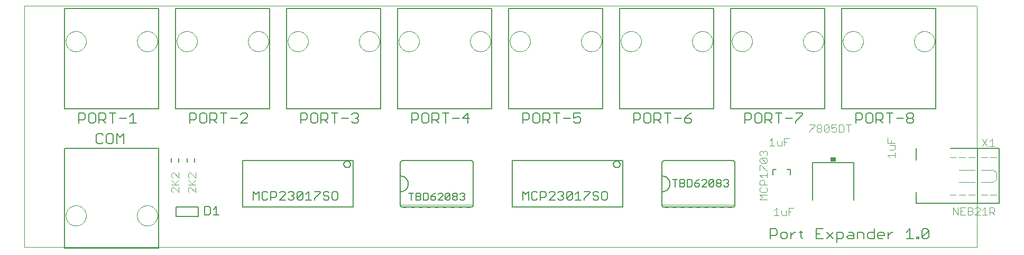
<source format=gto>
G75*
%MOIN*%
%OFA0B0*%
%FSLAX24Y24*%
%IPPOS*%
%LPD*%
%AMOC8*
5,1,8,0,0,1.08239X$1,22.5*
%
%ADD10C,0.0000*%
%ADD11C,0.0070*%
%ADD12C,0.0080*%
%ADD13C,0.0060*%
%ADD14C,0.0020*%
%ADD15R,0.0200X0.0050*%
%ADD16C,0.0050*%
%ADD17C,0.0040*%
%ADD18R,0.0340X0.0300*%
D10*
X005333Y000204D02*
X005333Y015440D01*
X005333Y015454D02*
X065333Y015454D01*
X065394Y015440D02*
X065394Y000204D01*
X005333Y000204D01*
X007943Y002204D02*
X007945Y002254D01*
X007951Y002304D01*
X007961Y002353D01*
X007974Y002402D01*
X007992Y002449D01*
X008013Y002495D01*
X008037Y002538D01*
X008065Y002580D01*
X008096Y002620D01*
X008130Y002657D01*
X008167Y002691D01*
X008207Y002722D01*
X008249Y002750D01*
X008292Y002774D01*
X008338Y002795D01*
X008385Y002813D01*
X008434Y002826D01*
X008483Y002836D01*
X008533Y002842D01*
X008583Y002844D01*
X008633Y002842D01*
X008683Y002836D01*
X008732Y002826D01*
X008781Y002813D01*
X008828Y002795D01*
X008874Y002774D01*
X008917Y002750D01*
X008959Y002722D01*
X008999Y002691D01*
X009036Y002657D01*
X009070Y002620D01*
X009101Y002580D01*
X009129Y002538D01*
X009153Y002495D01*
X009174Y002449D01*
X009192Y002402D01*
X009205Y002353D01*
X009215Y002304D01*
X009221Y002254D01*
X009223Y002204D01*
X009221Y002154D01*
X009215Y002104D01*
X009205Y002055D01*
X009192Y002006D01*
X009174Y001959D01*
X009153Y001913D01*
X009129Y001870D01*
X009101Y001828D01*
X009070Y001788D01*
X009036Y001751D01*
X008999Y001717D01*
X008959Y001686D01*
X008917Y001658D01*
X008874Y001634D01*
X008828Y001613D01*
X008781Y001595D01*
X008732Y001582D01*
X008683Y001572D01*
X008633Y001566D01*
X008583Y001564D01*
X008533Y001566D01*
X008483Y001572D01*
X008434Y001582D01*
X008385Y001595D01*
X008338Y001613D01*
X008292Y001634D01*
X008249Y001658D01*
X008207Y001686D01*
X008167Y001717D01*
X008130Y001751D01*
X008096Y001788D01*
X008065Y001828D01*
X008037Y001870D01*
X008013Y001913D01*
X007992Y001959D01*
X007974Y002006D01*
X007961Y002055D01*
X007951Y002104D01*
X007945Y002154D01*
X007943Y002204D01*
X012443Y002204D02*
X012445Y002254D01*
X012451Y002304D01*
X012461Y002353D01*
X012474Y002402D01*
X012492Y002449D01*
X012513Y002495D01*
X012537Y002538D01*
X012565Y002580D01*
X012596Y002620D01*
X012630Y002657D01*
X012667Y002691D01*
X012707Y002722D01*
X012749Y002750D01*
X012792Y002774D01*
X012838Y002795D01*
X012885Y002813D01*
X012934Y002826D01*
X012983Y002836D01*
X013033Y002842D01*
X013083Y002844D01*
X013133Y002842D01*
X013183Y002836D01*
X013232Y002826D01*
X013281Y002813D01*
X013328Y002795D01*
X013374Y002774D01*
X013417Y002750D01*
X013459Y002722D01*
X013499Y002691D01*
X013536Y002657D01*
X013570Y002620D01*
X013601Y002580D01*
X013629Y002538D01*
X013653Y002495D01*
X013674Y002449D01*
X013692Y002402D01*
X013705Y002353D01*
X013715Y002304D01*
X013721Y002254D01*
X013723Y002204D01*
X013721Y002154D01*
X013715Y002104D01*
X013705Y002055D01*
X013692Y002006D01*
X013674Y001959D01*
X013653Y001913D01*
X013629Y001870D01*
X013601Y001828D01*
X013570Y001788D01*
X013536Y001751D01*
X013499Y001717D01*
X013459Y001686D01*
X013417Y001658D01*
X013374Y001634D01*
X013328Y001613D01*
X013281Y001595D01*
X013232Y001582D01*
X013183Y001572D01*
X013133Y001566D01*
X013083Y001564D01*
X013033Y001566D01*
X012983Y001572D01*
X012934Y001582D01*
X012885Y001595D01*
X012838Y001613D01*
X012792Y001634D01*
X012749Y001658D01*
X012707Y001686D01*
X012667Y001717D01*
X012630Y001751D01*
X012596Y001788D01*
X012565Y001828D01*
X012537Y001870D01*
X012513Y001913D01*
X012492Y001959D01*
X012474Y002006D01*
X012461Y002055D01*
X012451Y002104D01*
X012445Y002154D01*
X012443Y002204D01*
X012443Y013204D02*
X012445Y013254D01*
X012451Y013304D01*
X012461Y013353D01*
X012474Y013402D01*
X012492Y013449D01*
X012513Y013495D01*
X012537Y013538D01*
X012565Y013580D01*
X012596Y013620D01*
X012630Y013657D01*
X012667Y013691D01*
X012707Y013722D01*
X012749Y013750D01*
X012792Y013774D01*
X012838Y013795D01*
X012885Y013813D01*
X012934Y013826D01*
X012983Y013836D01*
X013033Y013842D01*
X013083Y013844D01*
X013133Y013842D01*
X013183Y013836D01*
X013232Y013826D01*
X013281Y013813D01*
X013328Y013795D01*
X013374Y013774D01*
X013417Y013750D01*
X013459Y013722D01*
X013499Y013691D01*
X013536Y013657D01*
X013570Y013620D01*
X013601Y013580D01*
X013629Y013538D01*
X013653Y013495D01*
X013674Y013449D01*
X013692Y013402D01*
X013705Y013353D01*
X013715Y013304D01*
X013721Y013254D01*
X013723Y013204D01*
X013721Y013154D01*
X013715Y013104D01*
X013705Y013055D01*
X013692Y013006D01*
X013674Y012959D01*
X013653Y012913D01*
X013629Y012870D01*
X013601Y012828D01*
X013570Y012788D01*
X013536Y012751D01*
X013499Y012717D01*
X013459Y012686D01*
X013417Y012658D01*
X013374Y012634D01*
X013328Y012613D01*
X013281Y012595D01*
X013232Y012582D01*
X013183Y012572D01*
X013133Y012566D01*
X013083Y012564D01*
X013033Y012566D01*
X012983Y012572D01*
X012934Y012582D01*
X012885Y012595D01*
X012838Y012613D01*
X012792Y012634D01*
X012749Y012658D01*
X012707Y012686D01*
X012667Y012717D01*
X012630Y012751D01*
X012596Y012788D01*
X012565Y012828D01*
X012537Y012870D01*
X012513Y012913D01*
X012492Y012959D01*
X012474Y013006D01*
X012461Y013055D01*
X012451Y013104D01*
X012445Y013154D01*
X012443Y013204D01*
X014943Y013204D02*
X014945Y013254D01*
X014951Y013304D01*
X014961Y013353D01*
X014974Y013402D01*
X014992Y013449D01*
X015013Y013495D01*
X015037Y013538D01*
X015065Y013580D01*
X015096Y013620D01*
X015130Y013657D01*
X015167Y013691D01*
X015207Y013722D01*
X015249Y013750D01*
X015292Y013774D01*
X015338Y013795D01*
X015385Y013813D01*
X015434Y013826D01*
X015483Y013836D01*
X015533Y013842D01*
X015583Y013844D01*
X015633Y013842D01*
X015683Y013836D01*
X015732Y013826D01*
X015781Y013813D01*
X015828Y013795D01*
X015874Y013774D01*
X015917Y013750D01*
X015959Y013722D01*
X015999Y013691D01*
X016036Y013657D01*
X016070Y013620D01*
X016101Y013580D01*
X016129Y013538D01*
X016153Y013495D01*
X016174Y013449D01*
X016192Y013402D01*
X016205Y013353D01*
X016215Y013304D01*
X016221Y013254D01*
X016223Y013204D01*
X016221Y013154D01*
X016215Y013104D01*
X016205Y013055D01*
X016192Y013006D01*
X016174Y012959D01*
X016153Y012913D01*
X016129Y012870D01*
X016101Y012828D01*
X016070Y012788D01*
X016036Y012751D01*
X015999Y012717D01*
X015959Y012686D01*
X015917Y012658D01*
X015874Y012634D01*
X015828Y012613D01*
X015781Y012595D01*
X015732Y012582D01*
X015683Y012572D01*
X015633Y012566D01*
X015583Y012564D01*
X015533Y012566D01*
X015483Y012572D01*
X015434Y012582D01*
X015385Y012595D01*
X015338Y012613D01*
X015292Y012634D01*
X015249Y012658D01*
X015207Y012686D01*
X015167Y012717D01*
X015130Y012751D01*
X015096Y012788D01*
X015065Y012828D01*
X015037Y012870D01*
X015013Y012913D01*
X014992Y012959D01*
X014974Y013006D01*
X014961Y013055D01*
X014951Y013104D01*
X014945Y013154D01*
X014943Y013204D01*
X019443Y013204D02*
X019445Y013254D01*
X019451Y013304D01*
X019461Y013353D01*
X019474Y013402D01*
X019492Y013449D01*
X019513Y013495D01*
X019537Y013538D01*
X019565Y013580D01*
X019596Y013620D01*
X019630Y013657D01*
X019667Y013691D01*
X019707Y013722D01*
X019749Y013750D01*
X019792Y013774D01*
X019838Y013795D01*
X019885Y013813D01*
X019934Y013826D01*
X019983Y013836D01*
X020033Y013842D01*
X020083Y013844D01*
X020133Y013842D01*
X020183Y013836D01*
X020232Y013826D01*
X020281Y013813D01*
X020328Y013795D01*
X020374Y013774D01*
X020417Y013750D01*
X020459Y013722D01*
X020499Y013691D01*
X020536Y013657D01*
X020570Y013620D01*
X020601Y013580D01*
X020629Y013538D01*
X020653Y013495D01*
X020674Y013449D01*
X020692Y013402D01*
X020705Y013353D01*
X020715Y013304D01*
X020721Y013254D01*
X020723Y013204D01*
X020721Y013154D01*
X020715Y013104D01*
X020705Y013055D01*
X020692Y013006D01*
X020674Y012959D01*
X020653Y012913D01*
X020629Y012870D01*
X020601Y012828D01*
X020570Y012788D01*
X020536Y012751D01*
X020499Y012717D01*
X020459Y012686D01*
X020417Y012658D01*
X020374Y012634D01*
X020328Y012613D01*
X020281Y012595D01*
X020232Y012582D01*
X020183Y012572D01*
X020133Y012566D01*
X020083Y012564D01*
X020033Y012566D01*
X019983Y012572D01*
X019934Y012582D01*
X019885Y012595D01*
X019838Y012613D01*
X019792Y012634D01*
X019749Y012658D01*
X019707Y012686D01*
X019667Y012717D01*
X019630Y012751D01*
X019596Y012788D01*
X019565Y012828D01*
X019537Y012870D01*
X019513Y012913D01*
X019492Y012959D01*
X019474Y013006D01*
X019461Y013055D01*
X019451Y013104D01*
X019445Y013154D01*
X019443Y013204D01*
X021943Y013204D02*
X021945Y013254D01*
X021951Y013304D01*
X021961Y013353D01*
X021974Y013402D01*
X021992Y013449D01*
X022013Y013495D01*
X022037Y013538D01*
X022065Y013580D01*
X022096Y013620D01*
X022130Y013657D01*
X022167Y013691D01*
X022207Y013722D01*
X022249Y013750D01*
X022292Y013774D01*
X022338Y013795D01*
X022385Y013813D01*
X022434Y013826D01*
X022483Y013836D01*
X022533Y013842D01*
X022583Y013844D01*
X022633Y013842D01*
X022683Y013836D01*
X022732Y013826D01*
X022781Y013813D01*
X022828Y013795D01*
X022874Y013774D01*
X022917Y013750D01*
X022959Y013722D01*
X022999Y013691D01*
X023036Y013657D01*
X023070Y013620D01*
X023101Y013580D01*
X023129Y013538D01*
X023153Y013495D01*
X023174Y013449D01*
X023192Y013402D01*
X023205Y013353D01*
X023215Y013304D01*
X023221Y013254D01*
X023223Y013204D01*
X023221Y013154D01*
X023215Y013104D01*
X023205Y013055D01*
X023192Y013006D01*
X023174Y012959D01*
X023153Y012913D01*
X023129Y012870D01*
X023101Y012828D01*
X023070Y012788D01*
X023036Y012751D01*
X022999Y012717D01*
X022959Y012686D01*
X022917Y012658D01*
X022874Y012634D01*
X022828Y012613D01*
X022781Y012595D01*
X022732Y012582D01*
X022683Y012572D01*
X022633Y012566D01*
X022583Y012564D01*
X022533Y012566D01*
X022483Y012572D01*
X022434Y012582D01*
X022385Y012595D01*
X022338Y012613D01*
X022292Y012634D01*
X022249Y012658D01*
X022207Y012686D01*
X022167Y012717D01*
X022130Y012751D01*
X022096Y012788D01*
X022065Y012828D01*
X022037Y012870D01*
X022013Y012913D01*
X021992Y012959D01*
X021974Y013006D01*
X021961Y013055D01*
X021951Y013104D01*
X021945Y013154D01*
X021943Y013204D01*
X026443Y013204D02*
X026445Y013254D01*
X026451Y013304D01*
X026461Y013353D01*
X026474Y013402D01*
X026492Y013449D01*
X026513Y013495D01*
X026537Y013538D01*
X026565Y013580D01*
X026596Y013620D01*
X026630Y013657D01*
X026667Y013691D01*
X026707Y013722D01*
X026749Y013750D01*
X026792Y013774D01*
X026838Y013795D01*
X026885Y013813D01*
X026934Y013826D01*
X026983Y013836D01*
X027033Y013842D01*
X027083Y013844D01*
X027133Y013842D01*
X027183Y013836D01*
X027232Y013826D01*
X027281Y013813D01*
X027328Y013795D01*
X027374Y013774D01*
X027417Y013750D01*
X027459Y013722D01*
X027499Y013691D01*
X027536Y013657D01*
X027570Y013620D01*
X027601Y013580D01*
X027629Y013538D01*
X027653Y013495D01*
X027674Y013449D01*
X027692Y013402D01*
X027705Y013353D01*
X027715Y013304D01*
X027721Y013254D01*
X027723Y013204D01*
X027721Y013154D01*
X027715Y013104D01*
X027705Y013055D01*
X027692Y013006D01*
X027674Y012959D01*
X027653Y012913D01*
X027629Y012870D01*
X027601Y012828D01*
X027570Y012788D01*
X027536Y012751D01*
X027499Y012717D01*
X027459Y012686D01*
X027417Y012658D01*
X027374Y012634D01*
X027328Y012613D01*
X027281Y012595D01*
X027232Y012582D01*
X027183Y012572D01*
X027133Y012566D01*
X027083Y012564D01*
X027033Y012566D01*
X026983Y012572D01*
X026934Y012582D01*
X026885Y012595D01*
X026838Y012613D01*
X026792Y012634D01*
X026749Y012658D01*
X026707Y012686D01*
X026667Y012717D01*
X026630Y012751D01*
X026596Y012788D01*
X026565Y012828D01*
X026537Y012870D01*
X026513Y012913D01*
X026492Y012959D01*
X026474Y013006D01*
X026461Y013055D01*
X026451Y013104D01*
X026445Y013154D01*
X026443Y013204D01*
X028943Y013204D02*
X028945Y013254D01*
X028951Y013304D01*
X028961Y013353D01*
X028974Y013402D01*
X028992Y013449D01*
X029013Y013495D01*
X029037Y013538D01*
X029065Y013580D01*
X029096Y013620D01*
X029130Y013657D01*
X029167Y013691D01*
X029207Y013722D01*
X029249Y013750D01*
X029292Y013774D01*
X029338Y013795D01*
X029385Y013813D01*
X029434Y013826D01*
X029483Y013836D01*
X029533Y013842D01*
X029583Y013844D01*
X029633Y013842D01*
X029683Y013836D01*
X029732Y013826D01*
X029781Y013813D01*
X029828Y013795D01*
X029874Y013774D01*
X029917Y013750D01*
X029959Y013722D01*
X029999Y013691D01*
X030036Y013657D01*
X030070Y013620D01*
X030101Y013580D01*
X030129Y013538D01*
X030153Y013495D01*
X030174Y013449D01*
X030192Y013402D01*
X030205Y013353D01*
X030215Y013304D01*
X030221Y013254D01*
X030223Y013204D01*
X030221Y013154D01*
X030215Y013104D01*
X030205Y013055D01*
X030192Y013006D01*
X030174Y012959D01*
X030153Y012913D01*
X030129Y012870D01*
X030101Y012828D01*
X030070Y012788D01*
X030036Y012751D01*
X029999Y012717D01*
X029959Y012686D01*
X029917Y012658D01*
X029874Y012634D01*
X029828Y012613D01*
X029781Y012595D01*
X029732Y012582D01*
X029683Y012572D01*
X029633Y012566D01*
X029583Y012564D01*
X029533Y012566D01*
X029483Y012572D01*
X029434Y012582D01*
X029385Y012595D01*
X029338Y012613D01*
X029292Y012634D01*
X029249Y012658D01*
X029207Y012686D01*
X029167Y012717D01*
X029130Y012751D01*
X029096Y012788D01*
X029065Y012828D01*
X029037Y012870D01*
X029013Y012913D01*
X028992Y012959D01*
X028974Y013006D01*
X028961Y013055D01*
X028951Y013104D01*
X028945Y013154D01*
X028943Y013204D01*
X033443Y013204D02*
X033445Y013254D01*
X033451Y013304D01*
X033461Y013353D01*
X033474Y013402D01*
X033492Y013449D01*
X033513Y013495D01*
X033537Y013538D01*
X033565Y013580D01*
X033596Y013620D01*
X033630Y013657D01*
X033667Y013691D01*
X033707Y013722D01*
X033749Y013750D01*
X033792Y013774D01*
X033838Y013795D01*
X033885Y013813D01*
X033934Y013826D01*
X033983Y013836D01*
X034033Y013842D01*
X034083Y013844D01*
X034133Y013842D01*
X034183Y013836D01*
X034232Y013826D01*
X034281Y013813D01*
X034328Y013795D01*
X034374Y013774D01*
X034417Y013750D01*
X034459Y013722D01*
X034499Y013691D01*
X034536Y013657D01*
X034570Y013620D01*
X034601Y013580D01*
X034629Y013538D01*
X034653Y013495D01*
X034674Y013449D01*
X034692Y013402D01*
X034705Y013353D01*
X034715Y013304D01*
X034721Y013254D01*
X034723Y013204D01*
X034721Y013154D01*
X034715Y013104D01*
X034705Y013055D01*
X034692Y013006D01*
X034674Y012959D01*
X034653Y012913D01*
X034629Y012870D01*
X034601Y012828D01*
X034570Y012788D01*
X034536Y012751D01*
X034499Y012717D01*
X034459Y012686D01*
X034417Y012658D01*
X034374Y012634D01*
X034328Y012613D01*
X034281Y012595D01*
X034232Y012582D01*
X034183Y012572D01*
X034133Y012566D01*
X034083Y012564D01*
X034033Y012566D01*
X033983Y012572D01*
X033934Y012582D01*
X033885Y012595D01*
X033838Y012613D01*
X033792Y012634D01*
X033749Y012658D01*
X033707Y012686D01*
X033667Y012717D01*
X033630Y012751D01*
X033596Y012788D01*
X033565Y012828D01*
X033537Y012870D01*
X033513Y012913D01*
X033492Y012959D01*
X033474Y013006D01*
X033461Y013055D01*
X033451Y013104D01*
X033445Y013154D01*
X033443Y013204D01*
X035943Y013204D02*
X035945Y013254D01*
X035951Y013304D01*
X035961Y013353D01*
X035974Y013402D01*
X035992Y013449D01*
X036013Y013495D01*
X036037Y013538D01*
X036065Y013580D01*
X036096Y013620D01*
X036130Y013657D01*
X036167Y013691D01*
X036207Y013722D01*
X036249Y013750D01*
X036292Y013774D01*
X036338Y013795D01*
X036385Y013813D01*
X036434Y013826D01*
X036483Y013836D01*
X036533Y013842D01*
X036583Y013844D01*
X036633Y013842D01*
X036683Y013836D01*
X036732Y013826D01*
X036781Y013813D01*
X036828Y013795D01*
X036874Y013774D01*
X036917Y013750D01*
X036959Y013722D01*
X036999Y013691D01*
X037036Y013657D01*
X037070Y013620D01*
X037101Y013580D01*
X037129Y013538D01*
X037153Y013495D01*
X037174Y013449D01*
X037192Y013402D01*
X037205Y013353D01*
X037215Y013304D01*
X037221Y013254D01*
X037223Y013204D01*
X037221Y013154D01*
X037215Y013104D01*
X037205Y013055D01*
X037192Y013006D01*
X037174Y012959D01*
X037153Y012913D01*
X037129Y012870D01*
X037101Y012828D01*
X037070Y012788D01*
X037036Y012751D01*
X036999Y012717D01*
X036959Y012686D01*
X036917Y012658D01*
X036874Y012634D01*
X036828Y012613D01*
X036781Y012595D01*
X036732Y012582D01*
X036683Y012572D01*
X036633Y012566D01*
X036583Y012564D01*
X036533Y012566D01*
X036483Y012572D01*
X036434Y012582D01*
X036385Y012595D01*
X036338Y012613D01*
X036292Y012634D01*
X036249Y012658D01*
X036207Y012686D01*
X036167Y012717D01*
X036130Y012751D01*
X036096Y012788D01*
X036065Y012828D01*
X036037Y012870D01*
X036013Y012913D01*
X035992Y012959D01*
X035974Y013006D01*
X035961Y013055D01*
X035951Y013104D01*
X035945Y013154D01*
X035943Y013204D01*
X040443Y013204D02*
X040445Y013254D01*
X040451Y013304D01*
X040461Y013353D01*
X040474Y013402D01*
X040492Y013449D01*
X040513Y013495D01*
X040537Y013538D01*
X040565Y013580D01*
X040596Y013620D01*
X040630Y013657D01*
X040667Y013691D01*
X040707Y013722D01*
X040749Y013750D01*
X040792Y013774D01*
X040838Y013795D01*
X040885Y013813D01*
X040934Y013826D01*
X040983Y013836D01*
X041033Y013842D01*
X041083Y013844D01*
X041133Y013842D01*
X041183Y013836D01*
X041232Y013826D01*
X041281Y013813D01*
X041328Y013795D01*
X041374Y013774D01*
X041417Y013750D01*
X041459Y013722D01*
X041499Y013691D01*
X041536Y013657D01*
X041570Y013620D01*
X041601Y013580D01*
X041629Y013538D01*
X041653Y013495D01*
X041674Y013449D01*
X041692Y013402D01*
X041705Y013353D01*
X041715Y013304D01*
X041721Y013254D01*
X041723Y013204D01*
X041721Y013154D01*
X041715Y013104D01*
X041705Y013055D01*
X041692Y013006D01*
X041674Y012959D01*
X041653Y012913D01*
X041629Y012870D01*
X041601Y012828D01*
X041570Y012788D01*
X041536Y012751D01*
X041499Y012717D01*
X041459Y012686D01*
X041417Y012658D01*
X041374Y012634D01*
X041328Y012613D01*
X041281Y012595D01*
X041232Y012582D01*
X041183Y012572D01*
X041133Y012566D01*
X041083Y012564D01*
X041033Y012566D01*
X040983Y012572D01*
X040934Y012582D01*
X040885Y012595D01*
X040838Y012613D01*
X040792Y012634D01*
X040749Y012658D01*
X040707Y012686D01*
X040667Y012717D01*
X040630Y012751D01*
X040596Y012788D01*
X040565Y012828D01*
X040537Y012870D01*
X040513Y012913D01*
X040492Y012959D01*
X040474Y013006D01*
X040461Y013055D01*
X040451Y013104D01*
X040445Y013154D01*
X040443Y013204D01*
X042943Y013204D02*
X042945Y013254D01*
X042951Y013304D01*
X042961Y013353D01*
X042974Y013402D01*
X042992Y013449D01*
X043013Y013495D01*
X043037Y013538D01*
X043065Y013580D01*
X043096Y013620D01*
X043130Y013657D01*
X043167Y013691D01*
X043207Y013722D01*
X043249Y013750D01*
X043292Y013774D01*
X043338Y013795D01*
X043385Y013813D01*
X043434Y013826D01*
X043483Y013836D01*
X043533Y013842D01*
X043583Y013844D01*
X043633Y013842D01*
X043683Y013836D01*
X043732Y013826D01*
X043781Y013813D01*
X043828Y013795D01*
X043874Y013774D01*
X043917Y013750D01*
X043959Y013722D01*
X043999Y013691D01*
X044036Y013657D01*
X044070Y013620D01*
X044101Y013580D01*
X044129Y013538D01*
X044153Y013495D01*
X044174Y013449D01*
X044192Y013402D01*
X044205Y013353D01*
X044215Y013304D01*
X044221Y013254D01*
X044223Y013204D01*
X044221Y013154D01*
X044215Y013104D01*
X044205Y013055D01*
X044192Y013006D01*
X044174Y012959D01*
X044153Y012913D01*
X044129Y012870D01*
X044101Y012828D01*
X044070Y012788D01*
X044036Y012751D01*
X043999Y012717D01*
X043959Y012686D01*
X043917Y012658D01*
X043874Y012634D01*
X043828Y012613D01*
X043781Y012595D01*
X043732Y012582D01*
X043683Y012572D01*
X043633Y012566D01*
X043583Y012564D01*
X043533Y012566D01*
X043483Y012572D01*
X043434Y012582D01*
X043385Y012595D01*
X043338Y012613D01*
X043292Y012634D01*
X043249Y012658D01*
X043207Y012686D01*
X043167Y012717D01*
X043130Y012751D01*
X043096Y012788D01*
X043065Y012828D01*
X043037Y012870D01*
X043013Y012913D01*
X042992Y012959D01*
X042974Y013006D01*
X042961Y013055D01*
X042951Y013104D01*
X042945Y013154D01*
X042943Y013204D01*
X047443Y013204D02*
X047445Y013254D01*
X047451Y013304D01*
X047461Y013353D01*
X047474Y013402D01*
X047492Y013449D01*
X047513Y013495D01*
X047537Y013538D01*
X047565Y013580D01*
X047596Y013620D01*
X047630Y013657D01*
X047667Y013691D01*
X047707Y013722D01*
X047749Y013750D01*
X047792Y013774D01*
X047838Y013795D01*
X047885Y013813D01*
X047934Y013826D01*
X047983Y013836D01*
X048033Y013842D01*
X048083Y013844D01*
X048133Y013842D01*
X048183Y013836D01*
X048232Y013826D01*
X048281Y013813D01*
X048328Y013795D01*
X048374Y013774D01*
X048417Y013750D01*
X048459Y013722D01*
X048499Y013691D01*
X048536Y013657D01*
X048570Y013620D01*
X048601Y013580D01*
X048629Y013538D01*
X048653Y013495D01*
X048674Y013449D01*
X048692Y013402D01*
X048705Y013353D01*
X048715Y013304D01*
X048721Y013254D01*
X048723Y013204D01*
X048721Y013154D01*
X048715Y013104D01*
X048705Y013055D01*
X048692Y013006D01*
X048674Y012959D01*
X048653Y012913D01*
X048629Y012870D01*
X048601Y012828D01*
X048570Y012788D01*
X048536Y012751D01*
X048499Y012717D01*
X048459Y012686D01*
X048417Y012658D01*
X048374Y012634D01*
X048328Y012613D01*
X048281Y012595D01*
X048232Y012582D01*
X048183Y012572D01*
X048133Y012566D01*
X048083Y012564D01*
X048033Y012566D01*
X047983Y012572D01*
X047934Y012582D01*
X047885Y012595D01*
X047838Y012613D01*
X047792Y012634D01*
X047749Y012658D01*
X047707Y012686D01*
X047667Y012717D01*
X047630Y012751D01*
X047596Y012788D01*
X047565Y012828D01*
X047537Y012870D01*
X047513Y012913D01*
X047492Y012959D01*
X047474Y013006D01*
X047461Y013055D01*
X047451Y013104D01*
X047445Y013154D01*
X047443Y013204D01*
X049943Y013204D02*
X049945Y013254D01*
X049951Y013304D01*
X049961Y013353D01*
X049974Y013402D01*
X049992Y013449D01*
X050013Y013495D01*
X050037Y013538D01*
X050065Y013580D01*
X050096Y013620D01*
X050130Y013657D01*
X050167Y013691D01*
X050207Y013722D01*
X050249Y013750D01*
X050292Y013774D01*
X050338Y013795D01*
X050385Y013813D01*
X050434Y013826D01*
X050483Y013836D01*
X050533Y013842D01*
X050583Y013844D01*
X050633Y013842D01*
X050683Y013836D01*
X050732Y013826D01*
X050781Y013813D01*
X050828Y013795D01*
X050874Y013774D01*
X050917Y013750D01*
X050959Y013722D01*
X050999Y013691D01*
X051036Y013657D01*
X051070Y013620D01*
X051101Y013580D01*
X051129Y013538D01*
X051153Y013495D01*
X051174Y013449D01*
X051192Y013402D01*
X051205Y013353D01*
X051215Y013304D01*
X051221Y013254D01*
X051223Y013204D01*
X051221Y013154D01*
X051215Y013104D01*
X051205Y013055D01*
X051192Y013006D01*
X051174Y012959D01*
X051153Y012913D01*
X051129Y012870D01*
X051101Y012828D01*
X051070Y012788D01*
X051036Y012751D01*
X050999Y012717D01*
X050959Y012686D01*
X050917Y012658D01*
X050874Y012634D01*
X050828Y012613D01*
X050781Y012595D01*
X050732Y012582D01*
X050683Y012572D01*
X050633Y012566D01*
X050583Y012564D01*
X050533Y012566D01*
X050483Y012572D01*
X050434Y012582D01*
X050385Y012595D01*
X050338Y012613D01*
X050292Y012634D01*
X050249Y012658D01*
X050207Y012686D01*
X050167Y012717D01*
X050130Y012751D01*
X050096Y012788D01*
X050065Y012828D01*
X050037Y012870D01*
X050013Y012913D01*
X049992Y012959D01*
X049974Y013006D01*
X049961Y013055D01*
X049951Y013104D01*
X049945Y013154D01*
X049943Y013204D01*
X054443Y013204D02*
X054445Y013254D01*
X054451Y013304D01*
X054461Y013353D01*
X054474Y013402D01*
X054492Y013449D01*
X054513Y013495D01*
X054537Y013538D01*
X054565Y013580D01*
X054596Y013620D01*
X054630Y013657D01*
X054667Y013691D01*
X054707Y013722D01*
X054749Y013750D01*
X054792Y013774D01*
X054838Y013795D01*
X054885Y013813D01*
X054934Y013826D01*
X054983Y013836D01*
X055033Y013842D01*
X055083Y013844D01*
X055133Y013842D01*
X055183Y013836D01*
X055232Y013826D01*
X055281Y013813D01*
X055328Y013795D01*
X055374Y013774D01*
X055417Y013750D01*
X055459Y013722D01*
X055499Y013691D01*
X055536Y013657D01*
X055570Y013620D01*
X055601Y013580D01*
X055629Y013538D01*
X055653Y013495D01*
X055674Y013449D01*
X055692Y013402D01*
X055705Y013353D01*
X055715Y013304D01*
X055721Y013254D01*
X055723Y013204D01*
X055721Y013154D01*
X055715Y013104D01*
X055705Y013055D01*
X055692Y013006D01*
X055674Y012959D01*
X055653Y012913D01*
X055629Y012870D01*
X055601Y012828D01*
X055570Y012788D01*
X055536Y012751D01*
X055499Y012717D01*
X055459Y012686D01*
X055417Y012658D01*
X055374Y012634D01*
X055328Y012613D01*
X055281Y012595D01*
X055232Y012582D01*
X055183Y012572D01*
X055133Y012566D01*
X055083Y012564D01*
X055033Y012566D01*
X054983Y012572D01*
X054934Y012582D01*
X054885Y012595D01*
X054838Y012613D01*
X054792Y012634D01*
X054749Y012658D01*
X054707Y012686D01*
X054667Y012717D01*
X054630Y012751D01*
X054596Y012788D01*
X054565Y012828D01*
X054537Y012870D01*
X054513Y012913D01*
X054492Y012959D01*
X054474Y013006D01*
X054461Y013055D01*
X054451Y013104D01*
X054445Y013154D01*
X054443Y013204D01*
X056943Y013204D02*
X056945Y013254D01*
X056951Y013304D01*
X056961Y013353D01*
X056974Y013402D01*
X056992Y013449D01*
X057013Y013495D01*
X057037Y013538D01*
X057065Y013580D01*
X057096Y013620D01*
X057130Y013657D01*
X057167Y013691D01*
X057207Y013722D01*
X057249Y013750D01*
X057292Y013774D01*
X057338Y013795D01*
X057385Y013813D01*
X057434Y013826D01*
X057483Y013836D01*
X057533Y013842D01*
X057583Y013844D01*
X057633Y013842D01*
X057683Y013836D01*
X057732Y013826D01*
X057781Y013813D01*
X057828Y013795D01*
X057874Y013774D01*
X057917Y013750D01*
X057959Y013722D01*
X057999Y013691D01*
X058036Y013657D01*
X058070Y013620D01*
X058101Y013580D01*
X058129Y013538D01*
X058153Y013495D01*
X058174Y013449D01*
X058192Y013402D01*
X058205Y013353D01*
X058215Y013304D01*
X058221Y013254D01*
X058223Y013204D01*
X058221Y013154D01*
X058215Y013104D01*
X058205Y013055D01*
X058192Y013006D01*
X058174Y012959D01*
X058153Y012913D01*
X058129Y012870D01*
X058101Y012828D01*
X058070Y012788D01*
X058036Y012751D01*
X057999Y012717D01*
X057959Y012686D01*
X057917Y012658D01*
X057874Y012634D01*
X057828Y012613D01*
X057781Y012595D01*
X057732Y012582D01*
X057683Y012572D01*
X057633Y012566D01*
X057583Y012564D01*
X057533Y012566D01*
X057483Y012572D01*
X057434Y012582D01*
X057385Y012595D01*
X057338Y012613D01*
X057292Y012634D01*
X057249Y012658D01*
X057207Y012686D01*
X057167Y012717D01*
X057130Y012751D01*
X057096Y012788D01*
X057065Y012828D01*
X057037Y012870D01*
X057013Y012913D01*
X056992Y012959D01*
X056974Y013006D01*
X056961Y013055D01*
X056951Y013104D01*
X056945Y013154D01*
X056943Y013204D01*
X061443Y013204D02*
X061445Y013254D01*
X061451Y013304D01*
X061461Y013353D01*
X061474Y013402D01*
X061492Y013449D01*
X061513Y013495D01*
X061537Y013538D01*
X061565Y013580D01*
X061596Y013620D01*
X061630Y013657D01*
X061667Y013691D01*
X061707Y013722D01*
X061749Y013750D01*
X061792Y013774D01*
X061838Y013795D01*
X061885Y013813D01*
X061934Y013826D01*
X061983Y013836D01*
X062033Y013842D01*
X062083Y013844D01*
X062133Y013842D01*
X062183Y013836D01*
X062232Y013826D01*
X062281Y013813D01*
X062328Y013795D01*
X062374Y013774D01*
X062417Y013750D01*
X062459Y013722D01*
X062499Y013691D01*
X062536Y013657D01*
X062570Y013620D01*
X062601Y013580D01*
X062629Y013538D01*
X062653Y013495D01*
X062674Y013449D01*
X062692Y013402D01*
X062705Y013353D01*
X062715Y013304D01*
X062721Y013254D01*
X062723Y013204D01*
X062721Y013154D01*
X062715Y013104D01*
X062705Y013055D01*
X062692Y013006D01*
X062674Y012959D01*
X062653Y012913D01*
X062629Y012870D01*
X062601Y012828D01*
X062570Y012788D01*
X062536Y012751D01*
X062499Y012717D01*
X062459Y012686D01*
X062417Y012658D01*
X062374Y012634D01*
X062328Y012613D01*
X062281Y012595D01*
X062232Y012582D01*
X062183Y012572D01*
X062133Y012566D01*
X062083Y012564D01*
X062033Y012566D01*
X061983Y012572D01*
X061934Y012582D01*
X061885Y012595D01*
X061838Y012613D01*
X061792Y012634D01*
X061749Y012658D01*
X061707Y012686D01*
X061667Y012717D01*
X061630Y012751D01*
X061596Y012788D01*
X061565Y012828D01*
X061537Y012870D01*
X061513Y012913D01*
X061492Y012959D01*
X061474Y013006D01*
X061461Y013055D01*
X061451Y013104D01*
X061445Y013154D01*
X061443Y013204D01*
X007943Y013204D02*
X007945Y013254D01*
X007951Y013304D01*
X007961Y013353D01*
X007974Y013402D01*
X007992Y013449D01*
X008013Y013495D01*
X008037Y013538D01*
X008065Y013580D01*
X008096Y013620D01*
X008130Y013657D01*
X008167Y013691D01*
X008207Y013722D01*
X008249Y013750D01*
X008292Y013774D01*
X008338Y013795D01*
X008385Y013813D01*
X008434Y013826D01*
X008483Y013836D01*
X008533Y013842D01*
X008583Y013844D01*
X008633Y013842D01*
X008683Y013836D01*
X008732Y013826D01*
X008781Y013813D01*
X008828Y013795D01*
X008874Y013774D01*
X008917Y013750D01*
X008959Y013722D01*
X008999Y013691D01*
X009036Y013657D01*
X009070Y013620D01*
X009101Y013580D01*
X009129Y013538D01*
X009153Y013495D01*
X009174Y013449D01*
X009192Y013402D01*
X009205Y013353D01*
X009215Y013304D01*
X009221Y013254D01*
X009223Y013204D01*
X009221Y013154D01*
X009215Y013104D01*
X009205Y013055D01*
X009192Y013006D01*
X009174Y012959D01*
X009153Y012913D01*
X009129Y012870D01*
X009101Y012828D01*
X009070Y012788D01*
X009036Y012751D01*
X008999Y012717D01*
X008959Y012686D01*
X008917Y012658D01*
X008874Y012634D01*
X008828Y012613D01*
X008781Y012595D01*
X008732Y012582D01*
X008683Y012572D01*
X008633Y012566D01*
X008583Y012564D01*
X008533Y012566D01*
X008483Y012572D01*
X008434Y012582D01*
X008385Y012595D01*
X008338Y012613D01*
X008292Y012634D01*
X008249Y012658D01*
X008207Y012686D01*
X008167Y012717D01*
X008130Y012751D01*
X008096Y012788D01*
X008065Y012828D01*
X008037Y012870D01*
X008013Y012913D01*
X007992Y012959D01*
X007974Y013006D01*
X007961Y013055D01*
X007951Y013104D01*
X007945Y013154D01*
X007943Y013204D01*
D11*
X016696Y002776D02*
X016962Y002776D01*
X017050Y002687D01*
X017050Y002333D01*
X016962Y002245D01*
X016696Y002245D01*
X016696Y002776D01*
X017249Y002599D02*
X017426Y002776D01*
X017426Y002245D01*
X017249Y002245D02*
X017603Y002245D01*
X052368Y001369D02*
X052368Y000739D01*
X052368Y000949D02*
X052684Y000949D01*
X052789Y001054D01*
X052789Y001264D01*
X052684Y001369D01*
X052368Y001369D01*
X053013Y001054D02*
X053013Y000844D01*
X053118Y000739D01*
X053328Y000739D01*
X053433Y000844D01*
X053433Y001054D01*
X053328Y001159D01*
X053118Y001159D01*
X053013Y001054D01*
X053657Y000949D02*
X053868Y001159D01*
X053973Y001159D01*
X054195Y001159D02*
X054405Y001159D01*
X054300Y001264D02*
X054300Y000844D01*
X054405Y000739D01*
X053657Y000739D02*
X053657Y001159D01*
X055269Y001054D02*
X055479Y001054D01*
X055269Y001369D02*
X055269Y000739D01*
X055689Y000739D01*
X055913Y000739D02*
X056334Y001159D01*
X056558Y001159D02*
X056873Y001159D01*
X056978Y001054D01*
X056978Y000844D01*
X056873Y000739D01*
X056558Y000739D01*
X056558Y000529D02*
X056558Y001159D01*
X056334Y000739D02*
X055913Y001159D01*
X055689Y001369D02*
X055269Y001369D01*
X057202Y000844D02*
X057308Y000739D01*
X057623Y000739D01*
X057623Y001054D01*
X057518Y001159D01*
X057308Y001159D01*
X057308Y000949D02*
X057623Y000949D01*
X057847Y000739D02*
X057847Y001159D01*
X058162Y001159D01*
X058267Y001054D01*
X058267Y000739D01*
X058492Y000844D02*
X058597Y000739D01*
X058912Y000739D01*
X058912Y001369D01*
X058912Y001159D02*
X058597Y001159D01*
X058492Y001054D01*
X058492Y000844D01*
X059136Y000844D02*
X059241Y000739D01*
X059451Y000739D01*
X059556Y000949D02*
X059136Y000949D01*
X059136Y000844D02*
X059136Y001054D01*
X059241Y001159D01*
X059451Y001159D01*
X059556Y001054D01*
X059556Y000949D01*
X059781Y000949D02*
X059991Y001159D01*
X060096Y001159D01*
X059781Y001159D02*
X059781Y000739D01*
X060962Y000739D02*
X061383Y000739D01*
X061173Y000739D02*
X061173Y001369D01*
X060962Y001159D01*
X061607Y000844D02*
X061712Y000844D01*
X061712Y000739D01*
X061607Y000739D01*
X061607Y000844D01*
X061929Y000844D02*
X062350Y001264D01*
X062350Y000844D01*
X062244Y000739D01*
X062034Y000739D01*
X061929Y000844D01*
X061929Y001264D01*
X062034Y001369D01*
X062244Y001369D01*
X062350Y001264D01*
X057308Y000949D02*
X057202Y000844D01*
D12*
X061558Y002971D02*
X061558Y003680D01*
X061558Y002971D02*
X065416Y002971D01*
X065416Y006436D01*
X066794Y006436D02*
X063723Y006436D01*
X061558Y006436D02*
X061558Y005727D01*
X057623Y005554D02*
X057623Y003194D01*
X055043Y003194D02*
X055043Y005554D01*
X057623Y005554D01*
X065416Y002971D02*
X066794Y002971D01*
X066794Y006436D01*
X062797Y008944D02*
X062797Y015268D01*
X056870Y015268D01*
X056870Y008944D01*
X062797Y008944D01*
X055797Y008944D02*
X055797Y015268D01*
X049870Y015268D01*
X049870Y008944D01*
X055797Y008944D01*
X048797Y008944D02*
X048797Y015268D01*
X042870Y015268D01*
X042870Y008944D01*
X048797Y008944D01*
X041797Y008944D02*
X041797Y015268D01*
X035870Y015268D01*
X035870Y008944D01*
X041797Y008944D01*
X034797Y008944D02*
X034797Y015268D01*
X028870Y015268D01*
X028870Y008944D01*
X034797Y008944D01*
X027797Y008944D02*
X027797Y015268D01*
X021870Y015268D01*
X021870Y008944D01*
X027797Y008944D01*
X020797Y008944D02*
X020797Y015268D01*
X014870Y015268D01*
X014870Y008944D01*
X020797Y008944D01*
X013797Y008944D02*
X013797Y015268D01*
X007870Y015268D01*
X007870Y008944D01*
X013797Y008944D01*
X013797Y006463D02*
X007870Y006463D01*
X007870Y000140D01*
X013797Y000140D01*
X013797Y006463D01*
D13*
X014597Y005822D02*
X014597Y005586D01*
X015070Y005586D02*
X015070Y005822D01*
X015597Y005822D02*
X015597Y005586D01*
X016070Y005586D02*
X016070Y005822D01*
X019103Y005666D02*
X019103Y002742D01*
X026053Y002742D01*
X026053Y005666D01*
X019103Y005666D01*
X019763Y003724D02*
X019943Y003544D01*
X020124Y003724D01*
X020124Y003184D01*
X020316Y003274D02*
X020406Y003184D01*
X020586Y003184D01*
X020676Y003274D01*
X020868Y003364D02*
X021139Y003364D01*
X021229Y003454D01*
X021229Y003634D01*
X021139Y003724D01*
X020868Y003724D01*
X020868Y003184D01*
X021421Y003184D02*
X021781Y003544D01*
X021781Y003634D01*
X021691Y003724D01*
X021511Y003724D01*
X021421Y003634D01*
X021973Y003634D02*
X022063Y003724D01*
X022243Y003724D01*
X022334Y003634D01*
X022334Y003544D01*
X022243Y003454D01*
X022334Y003364D01*
X022334Y003274D01*
X022243Y003184D01*
X022063Y003184D01*
X021973Y003274D01*
X021781Y003184D02*
X021421Y003184D01*
X022153Y003454D02*
X022243Y003454D01*
X022526Y003274D02*
X022886Y003634D01*
X022886Y003274D01*
X022796Y003184D01*
X022616Y003184D01*
X022526Y003274D01*
X022526Y003634D01*
X022616Y003724D01*
X022796Y003724D01*
X022886Y003634D01*
X023078Y003544D02*
X023258Y003724D01*
X023258Y003184D01*
X023078Y003184D02*
X023438Y003184D01*
X023631Y003184D02*
X023631Y003274D01*
X023991Y003634D01*
X023991Y003724D01*
X023631Y003724D01*
X024183Y003634D02*
X024183Y003544D01*
X024273Y003454D01*
X024453Y003454D01*
X024543Y003364D01*
X024543Y003274D01*
X024453Y003184D01*
X024273Y003184D01*
X024183Y003274D01*
X024736Y003274D02*
X024826Y003184D01*
X025006Y003184D01*
X025096Y003274D01*
X025096Y003634D01*
X025006Y003724D01*
X024826Y003724D01*
X024736Y003634D01*
X024736Y003274D01*
X024543Y003634D02*
X024453Y003724D01*
X024273Y003724D01*
X024183Y003634D01*
X020676Y003634D02*
X020586Y003724D01*
X020406Y003724D01*
X020316Y003634D01*
X020316Y003274D01*
X019763Y003184D02*
X019763Y003724D01*
X025473Y005444D02*
X025475Y005473D01*
X025481Y005501D01*
X025490Y005528D01*
X025504Y005553D01*
X025520Y005577D01*
X025540Y005597D01*
X025562Y005616D01*
X025586Y005630D01*
X025613Y005642D01*
X025640Y005650D01*
X025669Y005654D01*
X025697Y005654D01*
X025726Y005650D01*
X025753Y005642D01*
X025780Y005630D01*
X025804Y005616D01*
X025826Y005597D01*
X025846Y005577D01*
X025862Y005553D01*
X025876Y005528D01*
X025885Y005501D01*
X025891Y005473D01*
X025893Y005444D01*
X025891Y005415D01*
X025885Y005387D01*
X025876Y005360D01*
X025862Y005335D01*
X025846Y005311D01*
X025826Y005291D01*
X025804Y005272D01*
X025780Y005258D01*
X025753Y005246D01*
X025726Y005238D01*
X025697Y005234D01*
X025669Y005234D01*
X025640Y005238D01*
X025613Y005246D01*
X025586Y005258D01*
X025562Y005272D01*
X025540Y005291D01*
X025520Y005311D01*
X025504Y005335D01*
X025490Y005360D01*
X025481Y005387D01*
X025475Y005415D01*
X025473Y005444D01*
X029033Y005524D02*
X029033Y004704D01*
X029033Y003704D01*
X029033Y002884D01*
X029035Y002861D01*
X029040Y002838D01*
X029049Y002816D01*
X029062Y002796D01*
X029077Y002778D01*
X029095Y002763D01*
X029115Y002750D01*
X029137Y002741D01*
X029160Y002736D01*
X029183Y002734D01*
X033483Y002734D01*
X033506Y002736D01*
X033529Y002741D01*
X033551Y002750D01*
X033571Y002763D01*
X033589Y002778D01*
X033604Y002796D01*
X033617Y002816D01*
X033626Y002838D01*
X033631Y002861D01*
X033633Y002884D01*
X033633Y005524D01*
X033631Y005547D01*
X033626Y005570D01*
X033617Y005592D01*
X033604Y005612D01*
X033589Y005630D01*
X033571Y005645D01*
X033551Y005658D01*
X033529Y005667D01*
X033506Y005672D01*
X033483Y005674D01*
X029183Y005674D01*
X029160Y005672D01*
X029137Y005667D01*
X029115Y005658D01*
X029095Y005645D01*
X029077Y005630D01*
X029062Y005612D01*
X029049Y005592D01*
X029040Y005570D01*
X029035Y005547D01*
X029033Y005524D01*
X029033Y004704D02*
X029077Y004702D01*
X029120Y004696D01*
X029162Y004687D01*
X029204Y004674D01*
X029244Y004657D01*
X029283Y004637D01*
X029320Y004614D01*
X029354Y004587D01*
X029387Y004558D01*
X029416Y004525D01*
X029443Y004491D01*
X029466Y004454D01*
X029486Y004415D01*
X029503Y004375D01*
X029516Y004333D01*
X029525Y004291D01*
X029531Y004248D01*
X029533Y004204D01*
X029531Y004160D01*
X029525Y004117D01*
X029516Y004075D01*
X029503Y004033D01*
X029486Y003993D01*
X029466Y003954D01*
X029443Y003917D01*
X029416Y003883D01*
X029387Y003850D01*
X029354Y003821D01*
X029320Y003794D01*
X029283Y003771D01*
X029244Y003751D01*
X029204Y003734D01*
X029162Y003721D01*
X029120Y003712D01*
X029077Y003706D01*
X029033Y003704D01*
X036103Y002742D02*
X036103Y005666D01*
X043053Y005666D01*
X043053Y002742D01*
X036103Y002742D01*
X036763Y003184D02*
X036763Y003724D01*
X036943Y003544D01*
X037124Y003724D01*
X037124Y003184D01*
X037316Y003274D02*
X037406Y003184D01*
X037586Y003184D01*
X037676Y003274D01*
X037868Y003364D02*
X038139Y003364D01*
X038229Y003454D01*
X038229Y003634D01*
X038139Y003724D01*
X037868Y003724D01*
X037868Y003184D01*
X038421Y003184D02*
X038781Y003544D01*
X038781Y003634D01*
X038691Y003724D01*
X038511Y003724D01*
X038421Y003634D01*
X038973Y003634D02*
X039063Y003724D01*
X039243Y003724D01*
X039334Y003634D01*
X039334Y003544D01*
X039243Y003454D01*
X039334Y003364D01*
X039334Y003274D01*
X039243Y003184D01*
X039063Y003184D01*
X038973Y003274D01*
X038781Y003184D02*
X038421Y003184D01*
X039153Y003454D02*
X039243Y003454D01*
X039526Y003274D02*
X039886Y003634D01*
X039886Y003274D01*
X039796Y003184D01*
X039616Y003184D01*
X039526Y003274D01*
X039526Y003634D01*
X039616Y003724D01*
X039796Y003724D01*
X039886Y003634D01*
X040078Y003544D02*
X040258Y003724D01*
X040258Y003184D01*
X040078Y003184D02*
X040438Y003184D01*
X040631Y003184D02*
X040631Y003274D01*
X040991Y003634D01*
X040991Y003724D01*
X040631Y003724D01*
X041183Y003634D02*
X041183Y003544D01*
X041273Y003454D01*
X041453Y003454D01*
X041543Y003364D01*
X041543Y003274D01*
X041453Y003184D01*
X041273Y003184D01*
X041183Y003274D01*
X041736Y003274D02*
X041826Y003184D01*
X042006Y003184D01*
X042096Y003274D01*
X042096Y003634D01*
X042006Y003724D01*
X041826Y003724D01*
X041736Y003634D01*
X041736Y003274D01*
X041543Y003634D02*
X041453Y003724D01*
X041273Y003724D01*
X041183Y003634D01*
X037676Y003634D02*
X037586Y003724D01*
X037406Y003724D01*
X037316Y003634D01*
X037316Y003274D01*
X042473Y005444D02*
X042475Y005473D01*
X042481Y005501D01*
X042490Y005528D01*
X042504Y005553D01*
X042520Y005577D01*
X042540Y005597D01*
X042562Y005616D01*
X042586Y005630D01*
X042613Y005642D01*
X042640Y005650D01*
X042669Y005654D01*
X042697Y005654D01*
X042726Y005650D01*
X042753Y005642D01*
X042780Y005630D01*
X042804Y005616D01*
X042826Y005597D01*
X042846Y005577D01*
X042862Y005553D01*
X042876Y005528D01*
X042885Y005501D01*
X042891Y005473D01*
X042893Y005444D01*
X042891Y005415D01*
X042885Y005387D01*
X042876Y005360D01*
X042862Y005335D01*
X042846Y005311D01*
X042826Y005291D01*
X042804Y005272D01*
X042780Y005258D01*
X042753Y005246D01*
X042726Y005238D01*
X042697Y005234D01*
X042669Y005234D01*
X042640Y005238D01*
X042613Y005246D01*
X042586Y005258D01*
X042562Y005272D01*
X042540Y005291D01*
X042520Y005311D01*
X042504Y005335D01*
X042490Y005360D01*
X042481Y005387D01*
X042475Y005415D01*
X042473Y005444D01*
X045533Y005524D02*
X045533Y004704D01*
X045533Y003704D01*
X045533Y002884D01*
X045535Y002861D01*
X045540Y002838D01*
X045549Y002816D01*
X045562Y002796D01*
X045577Y002778D01*
X045595Y002763D01*
X045615Y002750D01*
X045637Y002741D01*
X045660Y002736D01*
X045683Y002734D01*
X049983Y002734D01*
X050006Y002736D01*
X050029Y002741D01*
X050051Y002750D01*
X050071Y002763D01*
X050089Y002778D01*
X050104Y002796D01*
X050117Y002816D01*
X050126Y002838D01*
X050131Y002861D01*
X050133Y002884D01*
X050133Y005524D01*
X050131Y005547D01*
X050126Y005570D01*
X050117Y005592D01*
X050104Y005612D01*
X050089Y005630D01*
X050071Y005645D01*
X050051Y005658D01*
X050029Y005667D01*
X050006Y005672D01*
X049983Y005674D01*
X045683Y005674D01*
X045660Y005672D01*
X045637Y005667D01*
X045615Y005658D01*
X045595Y005645D01*
X045577Y005630D01*
X045562Y005612D01*
X045549Y005592D01*
X045540Y005570D01*
X045535Y005547D01*
X045533Y005524D01*
X045533Y004704D02*
X045577Y004702D01*
X045620Y004696D01*
X045662Y004687D01*
X045704Y004674D01*
X045744Y004657D01*
X045783Y004637D01*
X045820Y004614D01*
X045854Y004587D01*
X045887Y004558D01*
X045916Y004525D01*
X045943Y004491D01*
X045966Y004454D01*
X045986Y004415D01*
X046003Y004375D01*
X046016Y004333D01*
X046025Y004291D01*
X046031Y004248D01*
X046033Y004204D01*
X046031Y004160D01*
X046025Y004117D01*
X046016Y004075D01*
X046003Y004033D01*
X045986Y003993D01*
X045966Y003954D01*
X045943Y003917D01*
X045916Y003883D01*
X045887Y003850D01*
X045854Y003821D01*
X045820Y003794D01*
X045783Y003771D01*
X045744Y003751D01*
X045704Y003734D01*
X045662Y003721D01*
X045620Y003712D01*
X045577Y003706D01*
X045533Y003704D01*
X052523Y004794D02*
X052523Y005114D01*
X052743Y005114D01*
X053423Y005114D02*
X053643Y005114D01*
X053643Y004794D01*
X053969Y008034D02*
X053969Y008141D01*
X054396Y008568D01*
X054396Y008674D01*
X053969Y008674D01*
X053107Y008674D02*
X052680Y008674D01*
X052893Y008674D02*
X052893Y008034D01*
X052462Y008034D02*
X052249Y008247D01*
X052355Y008247D02*
X052035Y008247D01*
X052035Y008034D02*
X052035Y008674D01*
X052355Y008674D01*
X052462Y008568D01*
X052462Y008354D01*
X052355Y008247D01*
X051818Y008141D02*
X051818Y008568D01*
X051711Y008674D01*
X051497Y008674D01*
X051391Y008568D01*
X051391Y008141D01*
X051497Y008034D01*
X051711Y008034D01*
X051818Y008141D01*
X051173Y008354D02*
X051066Y008247D01*
X050746Y008247D01*
X050746Y008034D02*
X050746Y008674D01*
X051066Y008674D01*
X051173Y008568D01*
X051173Y008354D01*
X053324Y008354D02*
X053751Y008354D01*
X057746Y008247D02*
X058066Y008247D01*
X058173Y008354D01*
X058173Y008568D01*
X058066Y008674D01*
X057746Y008674D01*
X057746Y008034D01*
X058391Y008141D02*
X058497Y008034D01*
X058711Y008034D01*
X058818Y008141D01*
X058818Y008568D01*
X058711Y008674D01*
X058497Y008674D01*
X058391Y008568D01*
X058391Y008141D01*
X059035Y008247D02*
X059355Y008247D01*
X059462Y008354D01*
X059462Y008568D01*
X059355Y008674D01*
X059035Y008674D01*
X059035Y008034D01*
X059249Y008247D02*
X059462Y008034D01*
X059893Y008034D02*
X059893Y008674D01*
X059680Y008674D02*
X060107Y008674D01*
X060324Y008354D02*
X060751Y008354D01*
X060969Y008247D02*
X060969Y008141D01*
X061076Y008034D01*
X061289Y008034D01*
X061396Y008141D01*
X061396Y008247D01*
X061289Y008354D01*
X061076Y008354D01*
X060969Y008461D01*
X060969Y008568D01*
X061076Y008674D01*
X061289Y008674D01*
X061396Y008568D01*
X061396Y008461D01*
X061289Y008354D01*
X061076Y008354D02*
X060969Y008247D01*
X047396Y008141D02*
X047396Y008247D01*
X047289Y008354D01*
X046969Y008354D01*
X046969Y008141D01*
X047076Y008034D01*
X047289Y008034D01*
X047396Y008141D01*
X047182Y008568D02*
X046969Y008354D01*
X046751Y008354D02*
X046324Y008354D01*
X045893Y008034D02*
X045893Y008674D01*
X045680Y008674D02*
X046107Y008674D01*
X045462Y008568D02*
X045462Y008354D01*
X045355Y008247D01*
X045035Y008247D01*
X045035Y008034D02*
X045035Y008674D01*
X045355Y008674D01*
X045462Y008568D01*
X045249Y008247D02*
X045462Y008034D01*
X044818Y008141D02*
X044818Y008568D01*
X044711Y008674D01*
X044497Y008674D01*
X044391Y008568D01*
X044391Y008141D01*
X044497Y008034D01*
X044711Y008034D01*
X044818Y008141D01*
X044173Y008354D02*
X044066Y008247D01*
X043746Y008247D01*
X043746Y008034D02*
X043746Y008674D01*
X044066Y008674D01*
X044173Y008568D01*
X044173Y008354D01*
X047182Y008568D02*
X047396Y008674D01*
X040396Y008674D02*
X039969Y008674D01*
X039969Y008354D01*
X040182Y008461D01*
X040289Y008461D01*
X040396Y008354D01*
X040396Y008141D01*
X040289Y008034D01*
X040076Y008034D01*
X039969Y008141D01*
X039751Y008354D02*
X039324Y008354D01*
X038893Y008034D02*
X038893Y008674D01*
X038680Y008674D02*
X039107Y008674D01*
X038462Y008568D02*
X038462Y008354D01*
X038355Y008247D01*
X038035Y008247D01*
X038035Y008034D02*
X038035Y008674D01*
X038355Y008674D01*
X038462Y008568D01*
X038249Y008247D02*
X038462Y008034D01*
X037818Y008141D02*
X037818Y008568D01*
X037711Y008674D01*
X037497Y008674D01*
X037391Y008568D01*
X037391Y008141D01*
X037497Y008034D01*
X037711Y008034D01*
X037818Y008141D01*
X037173Y008354D02*
X037066Y008247D01*
X036746Y008247D01*
X036746Y008034D02*
X036746Y008674D01*
X037066Y008674D01*
X037173Y008568D01*
X037173Y008354D01*
X033396Y008354D02*
X032969Y008354D01*
X033289Y008674D01*
X033289Y008034D01*
X032751Y008354D02*
X032324Y008354D01*
X031893Y008034D02*
X031893Y008674D01*
X031680Y008674D02*
X032107Y008674D01*
X031462Y008568D02*
X031462Y008354D01*
X031355Y008247D01*
X031035Y008247D01*
X031035Y008034D02*
X031035Y008674D01*
X031355Y008674D01*
X031462Y008568D01*
X031249Y008247D02*
X031462Y008034D01*
X030818Y008141D02*
X030818Y008568D01*
X030711Y008674D01*
X030497Y008674D01*
X030391Y008568D01*
X030391Y008141D01*
X030497Y008034D01*
X030711Y008034D01*
X030818Y008141D01*
X030173Y008354D02*
X030066Y008247D01*
X029746Y008247D01*
X029746Y008034D02*
X029746Y008674D01*
X030066Y008674D01*
X030173Y008568D01*
X030173Y008354D01*
X026396Y008247D02*
X026396Y008141D01*
X026289Y008034D01*
X026076Y008034D01*
X025969Y008141D01*
X026182Y008354D02*
X026289Y008354D01*
X026396Y008247D01*
X026289Y008354D02*
X026396Y008461D01*
X026396Y008568D01*
X026289Y008674D01*
X026076Y008674D01*
X025969Y008568D01*
X025751Y008354D02*
X025324Y008354D01*
X024893Y008034D02*
X024893Y008674D01*
X024680Y008674D02*
X025107Y008674D01*
X024462Y008568D02*
X024462Y008354D01*
X024355Y008247D01*
X024035Y008247D01*
X024035Y008034D02*
X024035Y008674D01*
X024355Y008674D01*
X024462Y008568D01*
X024249Y008247D02*
X024462Y008034D01*
X023818Y008141D02*
X023818Y008568D01*
X023711Y008674D01*
X023497Y008674D01*
X023391Y008568D01*
X023391Y008141D01*
X023497Y008034D01*
X023711Y008034D01*
X023818Y008141D01*
X023173Y008354D02*
X023066Y008247D01*
X022746Y008247D01*
X022746Y008034D02*
X022746Y008674D01*
X023066Y008674D01*
X023173Y008568D01*
X023173Y008354D01*
X019396Y008461D02*
X018969Y008034D01*
X019396Y008034D01*
X018751Y008354D02*
X018324Y008354D01*
X017893Y008034D02*
X017893Y008674D01*
X017680Y008674D02*
X018107Y008674D01*
X017462Y008568D02*
X017462Y008354D01*
X017355Y008247D01*
X017035Y008247D01*
X017035Y008034D02*
X017035Y008674D01*
X017355Y008674D01*
X017462Y008568D01*
X017249Y008247D02*
X017462Y008034D01*
X016818Y008141D02*
X016818Y008568D01*
X016711Y008674D01*
X016497Y008674D01*
X016391Y008568D01*
X016391Y008141D01*
X016497Y008034D01*
X016711Y008034D01*
X016818Y008141D01*
X016173Y008354D02*
X016066Y008247D01*
X015746Y008247D01*
X015746Y008034D02*
X015746Y008674D01*
X016066Y008674D01*
X016173Y008568D01*
X016173Y008354D01*
X018969Y008568D02*
X019076Y008674D01*
X019289Y008674D01*
X019396Y008568D01*
X019396Y008461D01*
X012396Y008034D02*
X011969Y008034D01*
X012182Y008034D02*
X012182Y008674D01*
X011969Y008461D01*
X011751Y008354D02*
X011324Y008354D01*
X010893Y008034D02*
X010893Y008674D01*
X010680Y008674D02*
X011107Y008674D01*
X010462Y008568D02*
X010462Y008354D01*
X010355Y008247D01*
X010035Y008247D01*
X010035Y008034D02*
X010035Y008674D01*
X010355Y008674D01*
X010462Y008568D01*
X010249Y008247D02*
X010462Y008034D01*
X009818Y008141D02*
X009818Y008568D01*
X009711Y008674D01*
X009497Y008674D01*
X009391Y008568D01*
X009391Y008141D01*
X009497Y008034D01*
X009711Y008034D01*
X009818Y008141D01*
X009173Y008354D02*
X009066Y008247D01*
X008746Y008247D01*
X008746Y008034D02*
X008746Y008674D01*
X009066Y008674D01*
X009173Y008568D01*
X009173Y008354D01*
X009970Y007374D02*
X009863Y007268D01*
X009863Y006841D01*
X009970Y006734D01*
X010184Y006734D01*
X010290Y006841D01*
X010508Y006841D02*
X010615Y006734D01*
X010828Y006734D01*
X010935Y006841D01*
X010935Y007268D01*
X010828Y007374D01*
X010615Y007374D01*
X010508Y007268D01*
X010508Y006841D01*
X011152Y006734D02*
X011152Y007374D01*
X011366Y007161D01*
X011579Y007374D01*
X011579Y006734D01*
X010290Y007268D02*
X010184Y007374D01*
X009970Y007374D01*
D14*
X029033Y002874D02*
X033633Y002874D01*
X045533Y002874D02*
X050133Y002874D01*
D15*
X049833Y002709D03*
X049333Y002709D03*
X048833Y002709D03*
X048333Y002709D03*
X047833Y002709D03*
X047333Y002709D03*
X046833Y002709D03*
X046333Y002709D03*
X045833Y002709D03*
X045833Y005699D03*
X046333Y005699D03*
X046833Y005699D03*
X047333Y005699D03*
X047833Y005699D03*
X048333Y005699D03*
X048833Y005699D03*
X049333Y005699D03*
X049833Y005699D03*
X033333Y005699D03*
X032833Y005699D03*
X032333Y005699D03*
X031833Y005699D03*
X031333Y005699D03*
X030833Y005699D03*
X030333Y005699D03*
X029833Y005699D03*
X029333Y005699D03*
X029333Y002709D03*
X029833Y002709D03*
X030333Y002709D03*
X030833Y002709D03*
X031333Y002709D03*
X031833Y002709D03*
X032333Y002709D03*
X032833Y002709D03*
X033333Y002709D03*
D16*
X033023Y003179D02*
X032873Y003179D01*
X032798Y003254D01*
X032638Y003254D02*
X032563Y003179D01*
X032413Y003179D01*
X032338Y003254D01*
X032338Y003329D01*
X032413Y003404D01*
X032563Y003404D01*
X032638Y003329D01*
X032638Y003254D01*
X032563Y003404D02*
X032638Y003479D01*
X032638Y003554D01*
X032563Y003629D01*
X032413Y003629D01*
X032338Y003554D01*
X032338Y003479D01*
X032413Y003404D01*
X032177Y003554D02*
X031877Y003254D01*
X031952Y003179D01*
X032102Y003179D01*
X032177Y003254D01*
X032177Y003554D01*
X032102Y003629D01*
X031952Y003629D01*
X031877Y003554D01*
X031877Y003254D01*
X031717Y003179D02*
X031417Y003179D01*
X031717Y003479D01*
X031717Y003554D01*
X031642Y003629D01*
X031492Y003629D01*
X031417Y003554D01*
X031257Y003629D02*
X031106Y003554D01*
X030956Y003404D01*
X031182Y003404D01*
X031257Y003329D01*
X031257Y003254D01*
X031182Y003179D01*
X031031Y003179D01*
X030956Y003254D01*
X030956Y003404D01*
X030796Y003554D02*
X030721Y003629D01*
X030496Y003629D01*
X030496Y003179D01*
X030721Y003179D01*
X030796Y003254D01*
X030796Y003554D01*
X030336Y003554D02*
X030261Y003629D01*
X030036Y003629D01*
X030036Y003179D01*
X030261Y003179D01*
X030336Y003254D01*
X030336Y003329D01*
X030261Y003404D01*
X030036Y003404D01*
X030261Y003404D02*
X030336Y003479D01*
X030336Y003554D01*
X029875Y003629D02*
X029575Y003629D01*
X029725Y003629D02*
X029725Y003179D01*
X032798Y003554D02*
X032873Y003629D01*
X033023Y003629D01*
X033098Y003554D01*
X033098Y003479D01*
X033023Y003404D01*
X033098Y003329D01*
X033098Y003254D01*
X033023Y003179D01*
X033023Y003404D02*
X032948Y003404D01*
X046208Y004479D02*
X046509Y004479D01*
X046358Y004479D02*
X046358Y004029D01*
X046669Y004029D02*
X046894Y004029D01*
X046969Y004104D01*
X046969Y004179D01*
X046894Y004254D01*
X046669Y004254D01*
X046894Y004254D02*
X046969Y004329D01*
X046969Y004404D01*
X046894Y004479D01*
X046669Y004479D01*
X046669Y004029D01*
X047129Y004029D02*
X047354Y004029D01*
X047429Y004104D01*
X047429Y004404D01*
X047354Y004479D01*
X047129Y004479D01*
X047129Y004029D01*
X047590Y004104D02*
X047590Y004254D01*
X047815Y004254D01*
X047890Y004179D01*
X047890Y004104D01*
X047815Y004029D01*
X047665Y004029D01*
X047590Y004104D01*
X047590Y004254D02*
X047740Y004404D01*
X047890Y004479D01*
X048050Y004404D02*
X048125Y004479D01*
X048275Y004479D01*
X048350Y004404D01*
X048350Y004329D01*
X048050Y004029D01*
X048350Y004029D01*
X048510Y004104D02*
X048811Y004404D01*
X048811Y004104D01*
X048735Y004029D01*
X048585Y004029D01*
X048510Y004104D01*
X048510Y004404D01*
X048585Y004479D01*
X048735Y004479D01*
X048811Y004404D01*
X048971Y004404D02*
X048971Y004329D01*
X049046Y004254D01*
X049196Y004254D01*
X049271Y004179D01*
X049271Y004104D01*
X049196Y004029D01*
X049046Y004029D01*
X048971Y004104D01*
X048971Y004179D01*
X049046Y004254D01*
X049196Y004254D02*
X049271Y004329D01*
X049271Y004404D01*
X049196Y004479D01*
X049046Y004479D01*
X048971Y004404D01*
X049431Y004404D02*
X049506Y004479D01*
X049656Y004479D01*
X049731Y004404D01*
X049731Y004329D01*
X049656Y004254D01*
X049731Y004179D01*
X049731Y004104D01*
X049656Y004029D01*
X049506Y004029D01*
X049431Y004104D01*
X049581Y004254D02*
X049656Y004254D01*
X016283Y002754D02*
X016283Y002154D01*
X014883Y002154D01*
X014883Y002754D01*
X016283Y002754D01*
D17*
X016113Y003674D02*
X015806Y003981D01*
X015730Y003981D01*
X015653Y003904D01*
X015653Y003751D01*
X015730Y003674D01*
X016113Y003674D02*
X016113Y003981D01*
X016113Y004134D02*
X015653Y004134D01*
X015883Y004211D02*
X016113Y004441D01*
X016113Y004595D02*
X015806Y004901D01*
X015730Y004901D01*
X015653Y004825D01*
X015653Y004671D01*
X015730Y004595D01*
X015653Y004441D02*
X015960Y004134D01*
X015063Y004134D02*
X014603Y004134D01*
X014680Y003981D02*
X014603Y003904D01*
X014603Y003751D01*
X014680Y003674D01*
X014756Y003981D02*
X015063Y003674D01*
X015063Y003981D01*
X014910Y004134D02*
X014603Y004441D01*
X014680Y004595D02*
X014603Y004671D01*
X014603Y004825D01*
X014680Y004901D01*
X014756Y004901D01*
X015063Y004595D01*
X015063Y004901D01*
X015063Y004441D02*
X014833Y004211D01*
X014756Y003981D02*
X014680Y003981D01*
X016113Y004595D02*
X016113Y004901D01*
X051703Y004758D02*
X051856Y004605D01*
X051780Y004451D02*
X051933Y004451D01*
X052010Y004375D01*
X052010Y004145D01*
X052163Y004145D02*
X051703Y004145D01*
X051703Y004375D01*
X051780Y004451D01*
X051703Y004758D02*
X052163Y004758D01*
X052163Y004605D02*
X052163Y004912D01*
X052163Y005065D02*
X052087Y005065D01*
X051780Y005372D01*
X051703Y005372D01*
X051703Y005065D01*
X051780Y005526D02*
X051703Y005602D01*
X051703Y005756D01*
X051780Y005833D01*
X052087Y005526D01*
X052163Y005602D01*
X052163Y005756D01*
X052087Y005833D01*
X051780Y005833D01*
X051780Y005986D02*
X051703Y006063D01*
X051703Y006216D01*
X051780Y006293D01*
X051856Y006293D01*
X051933Y006216D01*
X052010Y006293D01*
X052087Y006293D01*
X052163Y006216D01*
X052163Y006063D01*
X052087Y005986D01*
X051933Y006140D02*
X051933Y006216D01*
X052322Y006624D02*
X052629Y006624D01*
X052476Y006624D02*
X052476Y007084D01*
X052322Y006931D01*
X052783Y006931D02*
X052783Y006701D01*
X052859Y006624D01*
X053089Y006624D01*
X053089Y006931D01*
X053243Y006854D02*
X053396Y006854D01*
X053243Y006624D02*
X053243Y007084D01*
X053550Y007084D01*
X054841Y007474D02*
X054841Y007551D01*
X055148Y007857D01*
X055148Y007934D01*
X054841Y007934D01*
X055301Y007857D02*
X055301Y007781D01*
X055378Y007704D01*
X055532Y007704D01*
X055608Y007627D01*
X055608Y007551D01*
X055532Y007474D01*
X055378Y007474D01*
X055301Y007551D01*
X055301Y007627D01*
X055378Y007704D01*
X055532Y007704D02*
X055608Y007781D01*
X055608Y007857D01*
X055532Y007934D01*
X055378Y007934D01*
X055301Y007857D01*
X055762Y007857D02*
X055762Y007551D01*
X056069Y007857D01*
X056069Y007551D01*
X055992Y007474D01*
X055838Y007474D01*
X055762Y007551D01*
X055762Y007857D02*
X055838Y007934D01*
X055992Y007934D01*
X056069Y007857D01*
X056222Y007934D02*
X056222Y007704D01*
X056376Y007781D01*
X056452Y007781D01*
X056529Y007704D01*
X056529Y007551D01*
X056452Y007474D01*
X056299Y007474D01*
X056222Y007551D01*
X056222Y007934D02*
X056529Y007934D01*
X056683Y007934D02*
X056913Y007934D01*
X056989Y007857D01*
X056989Y007551D01*
X056913Y007474D01*
X056683Y007474D01*
X056683Y007934D01*
X057143Y007934D02*
X057450Y007934D01*
X057296Y007934D02*
X057296Y007474D01*
X059753Y007101D02*
X059753Y006795D01*
X060213Y006795D01*
X060213Y006641D02*
X059906Y006641D01*
X059983Y006795D02*
X059983Y006948D01*
X060213Y006641D02*
X060213Y006411D01*
X060137Y006334D01*
X059906Y006334D01*
X060213Y006181D02*
X060213Y005874D01*
X060213Y006027D02*
X059753Y006027D01*
X059906Y005874D01*
X063684Y005885D02*
X064077Y005885D01*
X064274Y005885D02*
X064668Y005885D01*
X064865Y005885D02*
X065259Y005885D01*
X065652Y005885D02*
X066046Y005885D01*
X066243Y005885D02*
X066636Y005885D01*
X066503Y006586D02*
X066196Y006586D01*
X066043Y006586D02*
X065736Y007046D01*
X066043Y007046D02*
X065736Y006586D01*
X066196Y006893D02*
X066350Y007046D01*
X066350Y006586D01*
X066440Y005097D02*
X065652Y005097D01*
X065259Y005097D02*
X064274Y005097D01*
X066440Y005097D02*
X066636Y004901D01*
X066636Y004507D01*
X066440Y004310D01*
X065652Y004310D01*
X065259Y004310D02*
X064274Y004310D01*
X064274Y003523D02*
X064668Y003523D01*
X064865Y003523D02*
X065259Y003523D01*
X065652Y003523D02*
X066046Y003523D01*
X066243Y003523D02*
X066636Y003523D01*
X066426Y002716D02*
X066196Y002716D01*
X066196Y002255D01*
X066043Y002255D02*
X065736Y002255D01*
X065889Y002255D02*
X065889Y002716D01*
X065736Y002562D01*
X065582Y002562D02*
X065582Y002639D01*
X065505Y002716D01*
X065352Y002716D01*
X065275Y002639D01*
X065122Y002639D02*
X065122Y002562D01*
X065045Y002485D01*
X064815Y002485D01*
X064815Y002255D02*
X065045Y002255D01*
X065122Y002332D01*
X065122Y002409D01*
X065045Y002485D01*
X065122Y002639D02*
X065045Y002716D01*
X064815Y002716D01*
X064815Y002255D01*
X064661Y002255D02*
X064355Y002255D01*
X064355Y002716D01*
X064661Y002716D01*
X064508Y002485D02*
X064355Y002485D01*
X064201Y002255D02*
X064201Y002716D01*
X063894Y002716D02*
X064201Y002255D01*
X063894Y002255D02*
X063894Y002716D01*
X065275Y002255D02*
X065582Y002562D01*
X066196Y002409D02*
X066426Y002409D01*
X066503Y002485D01*
X066503Y002639D01*
X066426Y002716D01*
X066350Y002409D02*
X066503Y002255D01*
X065582Y002255D02*
X065275Y002255D01*
X064077Y003523D02*
X063684Y003523D01*
X053831Y002684D02*
X053524Y002684D01*
X053524Y002224D01*
X053371Y002224D02*
X053371Y002531D01*
X053524Y002454D02*
X053678Y002454D01*
X053371Y002224D02*
X053140Y002224D01*
X053064Y002301D01*
X053064Y002531D01*
X052757Y002684D02*
X052757Y002224D01*
X052910Y002224D02*
X052603Y002224D01*
X052603Y002531D02*
X052757Y002684D01*
X052163Y003224D02*
X051703Y003224D01*
X051856Y003377D01*
X051703Y003531D01*
X052163Y003531D01*
X052087Y003684D02*
X052163Y003761D01*
X052163Y003914D01*
X052087Y003991D01*
X051780Y003991D02*
X051703Y003914D01*
X051703Y003761D01*
X051780Y003684D01*
X052087Y003684D01*
X052087Y005526D02*
X051780Y005526D01*
D18*
X056333Y005744D03*
M02*

</source>
